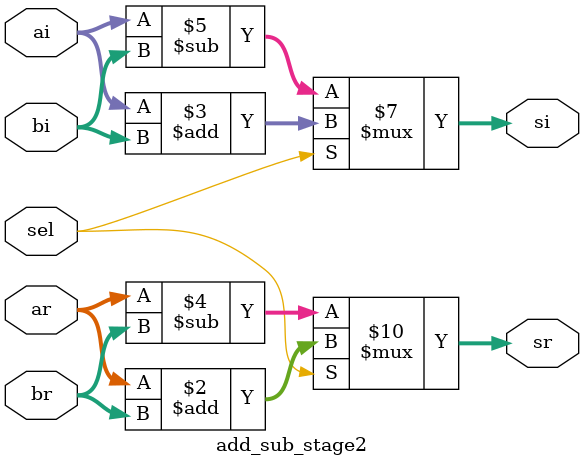
<source format=v>
module add_sub_stage2
#(parameter n = 34)
( input sel,
    input signed [n-1:0] ar,ai,br,bi,
    output reg signed [n:0] sr,si
);
    always@(sel,ar,ai,br,bi)
    begin
        if(sel)
            begin
                sr=ar+br;
                si=ai+bi;
            end
        else
            begin
                sr=ar-br;
                si=ai-bi;
            end
    end
endmodule
</source>
